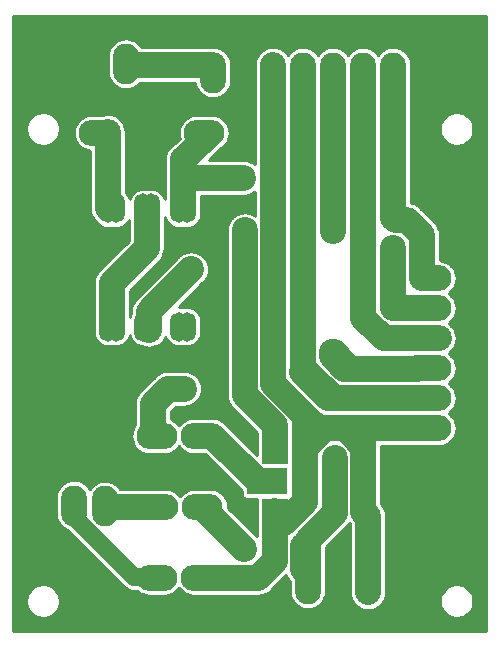
<source format=gbr>
%TF.GenerationSoftware,KiCad,Pcbnew,(5.1.6)-1*%
%TF.CreationDate,2024-09-11T13:17:38-05:00*%
%TF.ProjectId,miniBox,6d696e69-426f-4782-9e6b-696361645f70,rev?*%
%TF.SameCoordinates,PX3b20b80PY5b136e0*%
%TF.FileFunction,Copper,L2,Bot*%
%TF.FilePolarity,Positive*%
%FSLAX46Y46*%
G04 Gerber Fmt 4.6, Leading zero omitted, Abs format (unit mm)*
G04 Created by KiCad (PCBNEW (5.1.6)-1) date 2024-09-11 13:17:38*
%MOMM*%
%LPD*%
G01*
G04 APERTURE LIST*
%TA.AperFunction,ComponentPad*%
%ADD10O,1.500000X2.500000*%
%TD*%
%TA.AperFunction,ComponentPad*%
%ADD11O,3.470000X2.200000*%
%TD*%
%TA.AperFunction,ComponentPad*%
%ADD12O,2.200000X3.470000*%
%TD*%
%TA.AperFunction,ComponentPad*%
%ADD13R,3.470000X2.200000*%
%TD*%
%TA.AperFunction,ComponentPad*%
%ADD14R,2.200000X3.470000*%
%TD*%
%TA.AperFunction,ComponentPad*%
%ADD15C,2.200000*%
%TD*%
%TA.AperFunction,ViaPad*%
%ADD16C,2.200000*%
%TD*%
%TA.AperFunction,Conductor*%
%ADD17C,1.500000*%
%TD*%
%TA.AperFunction,Conductor*%
%ADD18C,2.200000*%
%TD*%
%TA.AperFunction,Conductor*%
%ADD19C,0.250000*%
%TD*%
G04 APERTURE END LIST*
D10*
%TO.P,SW1,3*%
%TO.N,Net-(SW1-Pad3)*%
X9160000Y26260000D03*
X8460000Y26260000D03*
%TO.P,SW1,1*%
%TO.N,Net-(SW1-Pad1)*%
X15160000Y26260000D03*
X14460000Y26260000D03*
%TO.P,SW1,2*%
%TO.N,C*%
X11460000Y26260000D03*
X12160000Y26260000D03*
%TD*%
%TO.P,SW2,3*%
%TO.N,Net-(R3-Pad2)*%
X9160000Y36260000D03*
X8460000Y36260000D03*
%TO.P,SW2,1*%
%TO.N,T*%
X15160000Y36260000D03*
X14460000Y36260000D03*
%TO.P,SW2,2*%
%TO.N,Net-(SW1-Pad3)*%
X11460000Y36260000D03*
X12160000Y36260000D03*
%TD*%
D11*
%TO.P,D1,1*%
%TO.N,Net-(D1-Pad1)*%
X12615000Y5000000D03*
%TO.P,D1,2*%
%TO.N,FAN_DIODE+*%
X16385000Y5000000D03*
%TD*%
%TO.P,D2,1*%
%TO.N,Net-(D2-Pad1)*%
X12715000Y11000000D03*
%TO.P,D2,2*%
%TO.N,FAN-*%
X16485000Y11000000D03*
%TD*%
%TO.P,D3,1*%
%TO.N,DIODE-*%
X12615000Y17000000D03*
%TO.P,D3,2*%
%TO.N,Net-(D3-Pad2)*%
X16385000Y17000000D03*
%TD*%
D12*
%TO.P,J1,1*%
%TO.N,FAN-*%
X25400000Y4500000D03*
%TO.P,J1,2*%
%TO.N,FAN_DIODE+*%
X30480000Y4500000D03*
%TD*%
D13*
%TO.P,Q1,2*%
%TO.N,Net-(D3-Pad2)*%
X21965000Y13160000D03*
D14*
%TO.P,Q1,3*%
%TO.N,FAN_DIODE+*%
X22600000Y9985000D03*
%TO.P,Q1,1*%
%TO.N,DIAG_DIODE*%
X22600000Y16335000D03*
%TD*%
D12*
%TO.P,R1,1*%
%TO.N,GND*%
X5610000Y19995000D03*
%TO.P,R1,2*%
%TO.N,Net-(D1-Pad1)*%
X5610000Y11105000D03*
%TD*%
%TO.P,R2,2*%
%TO.N,Net-(D2-Pad1)*%
X8220000Y11055000D03*
%TO.P,R2,1*%
%TO.N,GND*%
X8220000Y19945000D03*
%TD*%
D11*
%TO.P,R3,1*%
%TO.N,T*%
X16625000Y42670000D03*
%TO.P,R3,2*%
%TO.N,Net-(R3-Pad2)*%
X7735000Y42670000D03*
%TD*%
D12*
%TO.P,J4,1*%
%TO.N,+12V*%
X10000000Y48500000D03*
%TO.P,J4,2*%
%TO.N,GND*%
X4920000Y48500000D03*
%TD*%
D11*
%TO.P,J3,1*%
%TO.N,FAN_DIODE+*%
X35835000Y17640000D03*
%TO.P,J3,2*%
%TO.N,FAN-*%
X35835000Y20180000D03*
%TO.P,J3,3*%
%TO.N,DIODE-*%
X35835000Y22720000D03*
%TO.P,J3,4*%
%TO.N,C*%
X35835000Y25260000D03*
%TO.P,J3,5*%
%TO.N,P*%
X35835000Y27800000D03*
%TO.P,J3,6*%
%TO.N,T*%
X35835000Y30340000D03*
%TD*%
D15*
%TO.P,R4,1*%
%TO.N,P*%
X32600000Y32900000D03*
%TO.P,R4,2*%
%TO.N,C*%
X32600000Y25280000D03*
%TD*%
D12*
%TO.P,J2,1*%
%TO.N,GND*%
X35140000Y47765000D03*
%TO.P,J2,2*%
%TO.N,T*%
X32600000Y47765000D03*
%TO.P,J2,3*%
%TO.N,C*%
X30060000Y47765000D03*
%TO.P,J2,4*%
%TO.N,DIAG_DIODE*%
X27520000Y47765000D03*
%TO.P,J2,5*%
%TO.N,FAN-*%
X24980000Y47765000D03*
%TO.P,J2,6*%
%TO.N,FAN_DIODE+*%
X22440000Y47765000D03*
%TO.P,J2,7*%
%TO.N,GND*%
X19900000Y47765000D03*
%TO.P,J2,8*%
%TO.N,+12V*%
X17360000Y47765000D03*
%TD*%
D16*
%TO.N,FAN-*%
X27630000Y20170000D03*
X27700000Y15100000D03*
X20019990Y7390010D03*
X25400000Y7410000D03*
%TO.N,DIODE-*%
X27600000Y24100000D03*
X14900000Y21000000D03*
%TO.N,DIAG_DIODE*%
X27550000Y34344126D03*
X20069990Y34400000D03*
%TO.N,T*%
X19940000Y38840000D03*
X32630000Y38770000D03*
%TO.N,C*%
X15500000Y31100000D03*
X30090000Y31110000D03*
%TD*%
D17*
%TO.N,Net-(D1-Pad1)*%
X5610000Y10130849D02*
X10710849Y5030000D01*
X5610000Y11740000D02*
X5610000Y10130849D01*
X10710849Y5030000D02*
X12980000Y5030000D01*
D18*
%TO.N,FAN_DIODE+*%
X32830000Y17630000D02*
X36440000Y17630000D01*
X26270000Y17630000D02*
X26270000Y17570000D01*
X26270000Y17630000D02*
X26130000Y17630000D01*
X26130000Y17630000D02*
X25200000Y16700000D01*
X25200000Y11400000D02*
X23400000Y9600000D01*
X32830000Y17630000D02*
X29670000Y17630000D01*
X30500000Y5207952D02*
X30500000Y3800000D01*
X30480000Y4500000D02*
X30480000Y4180000D01*
X30480000Y4500000D02*
X30480000Y10210010D01*
X30100010Y17199990D02*
X29670000Y17630000D01*
X30480000Y10210010D02*
X30100010Y10590000D01*
X21171991Y4990009D02*
X16309991Y4990009D01*
X22600000Y10620000D02*
X22600000Y6418018D01*
X22600000Y6418018D02*
X21171991Y4990009D01*
X16309991Y4990009D02*
X16300000Y5000000D01*
X25200000Y15994126D02*
X26835874Y17630000D01*
X25200000Y15000000D02*
X25200000Y15994126D01*
X25200000Y15000000D02*
X25200000Y11400000D01*
X26835874Y17630000D02*
X27930000Y17630000D01*
X29670000Y17630000D02*
X27930000Y17630000D01*
X25200000Y16700000D02*
X25200000Y15000000D01*
X27930000Y17630000D02*
X26270000Y17630000D01*
X30100010Y16094116D02*
X30100010Y15299990D01*
X28564126Y17630000D02*
X30100010Y16094116D01*
X27930000Y17630000D02*
X28564126Y17630000D01*
X30100010Y10590000D02*
X30100010Y15299990D01*
X30100010Y15299990D02*
X30100010Y17199990D01*
X25200000Y18700000D02*
X24950000Y18950000D01*
X26270000Y17630000D02*
X24950000Y18950000D01*
X25200000Y16700000D02*
X25200000Y18700000D01*
X22470000Y21430000D02*
X24950000Y18950000D01*
X22470000Y45970000D02*
X22470000Y21430000D01*
X22440000Y48400000D02*
X22440000Y46000000D01*
X22440000Y46000000D02*
X22470000Y45970000D01*
%TO.N,Net-(D2-Pad1)*%
X13350000Y11000000D02*
X8660000Y11000000D01*
X8660000Y11000000D02*
X8610000Y10950000D01*
%TO.N,FAN-*%
X36440000Y20170000D02*
X27630000Y20170000D01*
X27630000Y20170000D02*
X27630000Y20170000D01*
X27700000Y15100000D02*
X27700000Y15100000D01*
X27700000Y15100000D02*
X27700000Y10505874D01*
X25400000Y6810000D02*
X25400000Y5000000D01*
X25400000Y8205874D02*
X25400000Y7410000D01*
X27700000Y10505874D02*
X25400000Y8205874D01*
X16150000Y11000000D02*
X16190000Y10960000D01*
X15850000Y11000000D02*
X16150000Y11000000D01*
X16450000Y10960000D02*
X20019990Y7390010D01*
X16190000Y10960000D02*
X16450000Y10960000D01*
X20019990Y7390010D02*
X20019990Y7390010D01*
X25400000Y7410000D02*
X25400000Y6810000D01*
X25010000Y22790000D02*
X25010000Y28590000D01*
X27630000Y20170000D02*
X25010000Y22790000D01*
X27630000Y20170000D02*
X27124126Y20170000D01*
X27124126Y20170000D02*
X24870010Y22424116D01*
X25400000Y5300000D02*
X25000010Y5699990D01*
X25400000Y4500000D02*
X25400000Y5300000D01*
X25000010Y5699990D02*
X25000010Y7700000D01*
X25010000Y28590000D02*
X25010000Y47390000D01*
%TO.N,DIODE-*%
X27600000Y24100000D02*
X27600000Y24100000D01*
X13580000Y21000000D02*
X12310000Y19730000D01*
X12310000Y19730000D02*
X12310000Y17450000D01*
X29000000Y22700000D02*
X28494126Y22700000D01*
X28494126Y22700000D02*
X27410010Y23784116D01*
X27600000Y24100000D02*
X27410010Y24100000D01*
X34680000Y22700000D02*
X34690000Y22710000D01*
X29000000Y22700000D02*
X34680000Y22700000D01*
X34690000Y22710000D02*
X36440000Y22710000D01*
X27600000Y24100000D02*
X29000000Y22700000D01*
X14900000Y21000000D02*
X13580000Y21000000D01*
%TO.N,Net-(D3-Pad2)*%
X16000000Y17000000D02*
X17320000Y17000000D01*
X17320000Y17000000D02*
X20980000Y13340000D01*
%TO.N,DIAG_DIODE*%
X27550000Y34344126D02*
X27550000Y35360000D01*
X22600000Y15700000D02*
X22600000Y17700000D01*
X22600000Y15700000D02*
X22600000Y17905874D01*
X22600000Y17905874D02*
X20069991Y20435883D01*
X20069991Y20435883D02*
X20069990Y20435884D01*
X20069990Y20435884D02*
X20069990Y28645864D01*
X27550000Y34344126D02*
X27550000Y34344126D01*
X20069990Y28645864D02*
X20069990Y29235884D01*
X20069990Y29235884D02*
X20069990Y34400000D01*
X27550000Y34344126D02*
X27550000Y47150000D01*
X20069990Y34400000D02*
X20069990Y34400000D01*
%TO.N,P*%
X33410000Y27790000D02*
X33400000Y27800000D01*
X36440000Y27790000D02*
X33410000Y27790000D01*
X32630000Y27870000D02*
X32630000Y32870000D01*
X33400000Y27800000D02*
X32700000Y27800000D01*
X32700000Y27800000D02*
X32630000Y27870000D01*
%TO.N,T*%
X15090000Y38840000D02*
X14830000Y38580000D01*
X19940000Y38840000D02*
X15090000Y38840000D01*
X14830000Y40410000D02*
X14830000Y38580000D01*
X14830000Y38580000D02*
X14830000Y36290000D01*
X14830000Y40410000D02*
X14940000Y40410000D01*
X14940000Y40410000D02*
X17110000Y42580000D01*
X32630000Y38770000D02*
X32630000Y35470000D01*
X35050001Y34022001D02*
X35050001Y31850001D01*
X33801992Y35270010D02*
X35050001Y34022001D01*
X32630000Y35470000D02*
X32829990Y35270010D01*
X35050001Y31850001D02*
X35030010Y31830010D01*
X32829990Y35270010D02*
X33801992Y35270010D01*
X35030010Y31830010D02*
X35030010Y30400000D01*
X32630000Y38770000D02*
X32630000Y46770000D01*
%TO.N,C*%
X30090000Y27015874D02*
X30090000Y31110000D01*
X31845874Y25260000D02*
X30090000Y27015874D01*
X30090000Y35390000D02*
X30090000Y36810000D01*
X36470000Y25260000D02*
X31845874Y25260000D01*
X30090000Y36810000D02*
X30090000Y46890000D01*
X12160000Y27760000D02*
X15500000Y31100000D01*
X15500000Y31100000D02*
X15500000Y31100000D01*
X30090000Y31110000D02*
X30090000Y36810000D01*
X11940000Y25990000D02*
X11940000Y27490000D01*
%TO.N,Net-(R3-Pad2)*%
X8460000Y36260000D02*
X8460000Y42720000D01*
%TO.N,Net-(SW1-Pad3)*%
X8800000Y26260000D02*
X8800000Y29960000D01*
X11750000Y32920000D02*
X11750000Y35920000D01*
X8860000Y29960000D02*
X11600000Y32700000D01*
%TO.N,+12V*%
X17360000Y48400000D02*
X10000000Y48400000D01*
%TD*%
D19*
%TO.N,GND*%
G36*
X40525001Y475000D02*
G01*
X475000Y475000D01*
X475000Y3140350D01*
X1575000Y3140350D01*
X1575000Y2859650D01*
X1629762Y2584343D01*
X1737181Y2325009D01*
X1893130Y2091615D01*
X2091615Y1893130D01*
X2325009Y1737181D01*
X2584343Y1629762D01*
X2859650Y1575000D01*
X3140350Y1575000D01*
X3415657Y1629762D01*
X3674991Y1737181D01*
X3908385Y1893130D01*
X4106870Y2091615D01*
X4262819Y2325009D01*
X4370238Y2584343D01*
X4425000Y2859650D01*
X4425000Y3140350D01*
X4370238Y3415657D01*
X4262819Y3674991D01*
X4106870Y3908385D01*
X3908385Y4106870D01*
X3674991Y4262819D01*
X3415657Y4370238D01*
X3140350Y4425000D01*
X2859650Y4425000D01*
X2584343Y4370238D01*
X2325009Y4262819D01*
X2091615Y4106870D01*
X1893130Y3908385D01*
X1737181Y3674991D01*
X1629762Y3415657D01*
X1575000Y3140350D01*
X475000Y3140350D01*
X475000Y11814911D01*
X4085000Y11814911D01*
X4085000Y10395090D01*
X4107066Y10171049D01*
X4194267Y9883585D01*
X4335874Y9618657D01*
X4526445Y9386445D01*
X4758656Y9195874D01*
X5023584Y9054267D01*
X5025447Y9053702D01*
X9839187Y4239961D01*
X9875979Y4195130D01*
X9920810Y4158338D01*
X9920812Y4158336D01*
X9985694Y4105089D01*
X10054896Y4048296D01*
X10096843Y4025875D01*
X10259020Y3939189D01*
X10480508Y3872002D01*
X10500054Y3870077D01*
X10653129Y3855000D01*
X10653137Y3855000D01*
X10710849Y3849316D01*
X10768561Y3855000D01*
X10971316Y3855000D01*
X11128656Y3725874D01*
X11393584Y3584267D01*
X11681048Y3497066D01*
X11905089Y3475000D01*
X13324911Y3475000D01*
X13548952Y3497066D01*
X13836416Y3584267D01*
X14101344Y3725874D01*
X14333555Y3916445D01*
X14500000Y4119258D01*
X14666445Y3916445D01*
X14898656Y3725874D01*
X15163584Y3584267D01*
X15451048Y3497066D01*
X15675089Y3475000D01*
X16133639Y3475000D01*
X16235080Y3465009D01*
X16235090Y3465009D01*
X16309990Y3457632D01*
X16384890Y3465009D01*
X21097080Y3465009D01*
X21171991Y3457631D01*
X21470943Y3487075D01*
X21517006Y3501048D01*
X21758407Y3574276D01*
X22023335Y3715883D01*
X22255546Y3906454D01*
X22303307Y3964651D01*
X23553545Y5214887D01*
X23584277Y5113575D01*
X23725884Y4848647D01*
X23875000Y4666948D01*
X23875000Y3790089D01*
X23897066Y3566048D01*
X23984267Y3278584D01*
X24125875Y3013656D01*
X24316446Y2781445D01*
X24548657Y2590874D01*
X24813585Y2449267D01*
X25101049Y2362066D01*
X25400000Y2332622D01*
X25698952Y2362066D01*
X25986416Y2449267D01*
X26251344Y2590874D01*
X26483555Y2781445D01*
X26674126Y3013656D01*
X26815733Y3278584D01*
X26902934Y3566048D01*
X26925000Y3790089D01*
X26925000Y5225098D01*
X26932377Y5300001D01*
X26925000Y5374904D01*
X26925000Y7574200D01*
X28725363Y9374562D01*
X28783555Y9422319D01*
X28934525Y9606277D01*
X28955001Y9581327D01*
X28955000Y5209911D01*
X28955000Y3790089D01*
X28977066Y3566048D01*
X29064267Y3278584D01*
X29064922Y3277358D01*
X29084268Y3213584D01*
X29225875Y2948656D01*
X29416446Y2716445D01*
X29648657Y2525874D01*
X29913585Y2384267D01*
X30201049Y2297066D01*
X30500000Y2267622D01*
X30798952Y2297066D01*
X31086416Y2384267D01*
X31351344Y2525874D01*
X31583555Y2716445D01*
X31774126Y2948656D01*
X31876588Y3140350D01*
X36575000Y3140350D01*
X36575000Y2859650D01*
X36629762Y2584343D01*
X36737181Y2325009D01*
X36893130Y2091615D01*
X37091615Y1893130D01*
X37325009Y1737181D01*
X37584343Y1629762D01*
X37859650Y1575000D01*
X38140350Y1575000D01*
X38415657Y1629762D01*
X38674991Y1737181D01*
X38908385Y1893130D01*
X39106870Y2091615D01*
X39262819Y2325009D01*
X39370238Y2584343D01*
X39425000Y2859650D01*
X39425000Y3140350D01*
X39370238Y3415657D01*
X39262819Y3674991D01*
X39106870Y3908385D01*
X38908385Y4106870D01*
X38674991Y4262819D01*
X38415657Y4370238D01*
X38140350Y4425000D01*
X37859650Y4425000D01*
X37584343Y4370238D01*
X37325009Y4262819D01*
X37091615Y4106870D01*
X36893130Y3908385D01*
X36737181Y3674991D01*
X36629762Y3415657D01*
X36575000Y3140350D01*
X31876588Y3140350D01*
X31915733Y3213584D01*
X32002934Y3501048D01*
X32025000Y3725089D01*
X32025000Y5282863D01*
X32005000Y5485927D01*
X32005000Y10135100D01*
X32012378Y10210011D01*
X31982934Y10508963D01*
X31926527Y10694911D01*
X31895733Y10796426D01*
X31754126Y11061354D01*
X31625010Y11218682D01*
X31625010Y16019205D01*
X31632388Y16094116D01*
X31631316Y16105000D01*
X36514911Y16105000D01*
X36738952Y16127066D01*
X37026416Y16214267D01*
X37030308Y16216347D01*
X37056416Y16224267D01*
X37321344Y16365874D01*
X37553555Y16556445D01*
X37744126Y16788656D01*
X37885733Y17053584D01*
X37972934Y17341048D01*
X38002378Y17640000D01*
X37972934Y17938952D01*
X37885733Y18226416D01*
X37744126Y18491344D01*
X37553555Y18723555D01*
X37326372Y18910000D01*
X37553555Y19096445D01*
X37744126Y19328656D01*
X37885733Y19593584D01*
X37972934Y19881048D01*
X38002378Y20180000D01*
X37972934Y20478952D01*
X37885733Y20766416D01*
X37744126Y21031344D01*
X37553555Y21263555D01*
X37326372Y21450000D01*
X37553555Y21636445D01*
X37744126Y21868656D01*
X37885733Y22133584D01*
X37972934Y22421048D01*
X38002378Y22720000D01*
X37972934Y23018952D01*
X37885733Y23306416D01*
X37744126Y23571344D01*
X37553555Y23803555D01*
X37326372Y23990000D01*
X37553555Y24176445D01*
X37744126Y24408656D01*
X37885733Y24673584D01*
X37972934Y24961048D01*
X38002378Y25260000D01*
X37972934Y25558952D01*
X37885733Y25846416D01*
X37744126Y26111344D01*
X37553555Y26343555D01*
X37326372Y26530000D01*
X37553555Y26716445D01*
X37744126Y26948656D01*
X37885733Y27213584D01*
X37972934Y27501048D01*
X38002378Y27800000D01*
X37972934Y28098952D01*
X37885733Y28386416D01*
X37744126Y28651344D01*
X37553555Y28883555D01*
X37326372Y29070000D01*
X37553555Y29256445D01*
X37744126Y29488656D01*
X37885733Y29753584D01*
X37972934Y30041048D01*
X38002378Y30340000D01*
X37972934Y30638952D01*
X37885733Y30926416D01*
X37744126Y31191344D01*
X37553555Y31423555D01*
X37321344Y31614126D01*
X37056416Y31755733D01*
X36768952Y31842934D01*
X36581254Y31861421D01*
X36575001Y31924912D01*
X36575001Y33947099D01*
X36582378Y34022002D01*
X36575001Y34096905D01*
X36575001Y34096912D01*
X36552935Y34320953D01*
X36465734Y34608417D01*
X36324127Y34873345D01*
X36133556Y35105556D01*
X36075365Y35153312D01*
X34933308Y36295368D01*
X34885547Y36353565D01*
X34653336Y36544136D01*
X34388408Y36685743D01*
X34155000Y36756546D01*
X34155000Y43140350D01*
X36575000Y43140350D01*
X36575000Y42859650D01*
X36629762Y42584343D01*
X36737181Y42325009D01*
X36893130Y42091615D01*
X37091615Y41893130D01*
X37325009Y41737181D01*
X37584343Y41629762D01*
X37859650Y41575000D01*
X38140350Y41575000D01*
X38415657Y41629762D01*
X38674991Y41737181D01*
X38908385Y41893130D01*
X39106870Y42091615D01*
X39262819Y42325009D01*
X39370238Y42584343D01*
X39425000Y42859650D01*
X39425000Y43140350D01*
X39370238Y43415657D01*
X39262819Y43674991D01*
X39106870Y43908385D01*
X38908385Y44106870D01*
X38674991Y44262819D01*
X38415657Y44370238D01*
X38140350Y44425000D01*
X37859650Y44425000D01*
X37584343Y44370238D01*
X37325009Y44262819D01*
X37091615Y44106870D01*
X36893130Y43908385D01*
X36737181Y43674991D01*
X36629762Y43415657D01*
X36575000Y43140350D01*
X34155000Y43140350D01*
X34155000Y46844911D01*
X34132934Y47068952D01*
X34125000Y47095107D01*
X34125000Y48474911D01*
X34102934Y48698952D01*
X34015733Y48986416D01*
X33874126Y49251344D01*
X33683555Y49483555D01*
X33451344Y49674126D01*
X33186416Y49815733D01*
X32898952Y49902934D01*
X32600000Y49932378D01*
X32301049Y49902934D01*
X32013585Y49815733D01*
X31748657Y49674126D01*
X31516446Y49483555D01*
X31330001Y49256371D01*
X31143555Y49483555D01*
X30911344Y49674126D01*
X30646416Y49815733D01*
X30358952Y49902934D01*
X30060000Y49932378D01*
X29761049Y49902934D01*
X29473585Y49815733D01*
X29208657Y49674126D01*
X28976446Y49483555D01*
X28790001Y49256371D01*
X28603555Y49483555D01*
X28371344Y49674126D01*
X28106416Y49815733D01*
X27818952Y49902934D01*
X27520000Y49932378D01*
X27221049Y49902934D01*
X26933585Y49815733D01*
X26668657Y49674126D01*
X26436446Y49483555D01*
X26250001Y49256371D01*
X26063555Y49483555D01*
X25831344Y49674126D01*
X25566416Y49815733D01*
X25278952Y49902934D01*
X24980000Y49932378D01*
X24681049Y49902934D01*
X24393585Y49815733D01*
X24128657Y49674126D01*
X23896446Y49483555D01*
X23710001Y49256371D01*
X23523555Y49483555D01*
X23291344Y49674126D01*
X23026416Y49815733D01*
X22738952Y49902934D01*
X22440000Y49932378D01*
X22141048Y49902934D01*
X21853584Y49815733D01*
X21588656Y49674126D01*
X21356445Y49483555D01*
X21165875Y49251344D01*
X21024267Y48986416D01*
X20937066Y48698952D01*
X20915000Y48474911D01*
X20915000Y47055090D01*
X20915001Y47055084D01*
X20915001Y46074920D01*
X20907622Y46000000D01*
X20937066Y45701048D01*
X20945000Y45674893D01*
X20945000Y39991676D01*
X20912131Y40024545D01*
X20849532Y40066373D01*
X20791344Y40114126D01*
X20724958Y40149610D01*
X20662358Y40191438D01*
X20592802Y40220249D01*
X20526416Y40255733D01*
X20454381Y40277585D01*
X20384826Y40306395D01*
X20310987Y40321083D01*
X20238952Y40342934D01*
X20164040Y40350312D01*
X20090199Y40365000D01*
X17051675Y40365000D01*
X18049486Y41362810D01*
X18111344Y41395874D01*
X18343555Y41586445D01*
X18534126Y41818656D01*
X18675733Y42083584D01*
X18762934Y42371048D01*
X18792378Y42670000D01*
X18762934Y42968952D01*
X18675733Y43256416D01*
X18534126Y43521344D01*
X18343555Y43753555D01*
X18111344Y43944126D01*
X17846416Y44085733D01*
X17558952Y44172934D01*
X17334911Y44195000D01*
X15915089Y44195000D01*
X15691048Y44172934D01*
X15403584Y44085733D01*
X15138656Y43944126D01*
X14906445Y43753555D01*
X14715874Y43521344D01*
X14574267Y43256416D01*
X14487066Y42968952D01*
X14457622Y42670000D01*
X14487066Y42371048D01*
X14546953Y42173627D01*
X14147931Y41774606D01*
X13978656Y41684126D01*
X13746445Y41493555D01*
X13555874Y41261344D01*
X13414267Y40996416D01*
X13327066Y40708952D01*
X13297622Y40410000D01*
X13305000Y40335089D01*
X13305001Y38654920D01*
X13297622Y38580000D01*
X13305000Y38505089D01*
X13305001Y37033187D01*
X13250811Y37211829D01*
X13141704Y37415953D01*
X12994870Y37594870D01*
X12815953Y37741704D01*
X12611829Y37850811D01*
X12390340Y37917998D01*
X12160000Y37940685D01*
X11929661Y37917998D01*
X11810001Y37881700D01*
X11690340Y37917998D01*
X11460000Y37940685D01*
X11229661Y37917998D01*
X11008172Y37850811D01*
X10804048Y37741704D01*
X10625131Y37594870D01*
X10478297Y37415953D01*
X10369189Y37211829D01*
X10310000Y37016706D01*
X10250811Y37211829D01*
X10141704Y37415953D01*
X9994870Y37594870D01*
X9985000Y37602970D01*
X9985000Y42794911D01*
X9962934Y43018952D01*
X9875733Y43306416D01*
X9734126Y43571344D01*
X9543555Y43803555D01*
X9311344Y43994126D01*
X9046416Y44135733D01*
X8758952Y44222934D01*
X8460000Y44252378D01*
X8161049Y44222934D01*
X8068963Y44195000D01*
X7025089Y44195000D01*
X6801048Y44172934D01*
X6513584Y44085733D01*
X6248656Y43944126D01*
X6016445Y43753555D01*
X5825874Y43521344D01*
X5684267Y43256416D01*
X5597066Y42968952D01*
X5567622Y42670000D01*
X5597066Y42371048D01*
X5684267Y42083584D01*
X5825874Y41818656D01*
X6016445Y41586445D01*
X6248656Y41395874D01*
X6513584Y41254267D01*
X6801048Y41167066D01*
X6935001Y41153873D01*
X6935000Y36185090D01*
X6957066Y35961049D01*
X7044267Y35673585D01*
X7185874Y35408657D01*
X7376445Y35176445D01*
X7506424Y35069774D01*
X7625130Y34925130D01*
X7804047Y34778296D01*
X8008171Y34669189D01*
X8229660Y34602002D01*
X8460000Y34579315D01*
X8690339Y34602002D01*
X8810000Y34638300D01*
X8929660Y34602002D01*
X9160000Y34579315D01*
X9390339Y34602002D01*
X9611828Y34669189D01*
X9815952Y34778296D01*
X9994870Y34925130D01*
X10141704Y35104047D01*
X10225001Y35259884D01*
X10225000Y33481675D01*
X8010517Y31267191D01*
X7948657Y31234126D01*
X7716446Y31043555D01*
X7525875Y30811344D01*
X7384268Y30546416D01*
X7297067Y30258952D01*
X7275001Y30034911D01*
X7275000Y26185090D01*
X7285000Y26083558D01*
X7285000Y25702281D01*
X7302002Y25529661D01*
X7369189Y25308172D01*
X7478296Y25104048D01*
X7625130Y24925130D01*
X7804047Y24778296D01*
X8008171Y24669189D01*
X8229660Y24602002D01*
X8460000Y24579315D01*
X8690339Y24602002D01*
X8810000Y24638300D01*
X8929660Y24602002D01*
X9160000Y24579315D01*
X9390339Y24602002D01*
X9611828Y24669189D01*
X9815952Y24778296D01*
X9994870Y24925130D01*
X10141704Y25104047D01*
X10250811Y25308171D01*
X10310000Y25503294D01*
X10369189Y25308172D01*
X10478296Y25104048D01*
X10625130Y24925130D01*
X10804047Y24778296D01*
X11008171Y24669189D01*
X11229660Y24602002D01*
X11317968Y24593304D01*
X11353584Y24574267D01*
X11641048Y24487066D01*
X11940000Y24457622D01*
X12238951Y24487066D01*
X12526415Y24574267D01*
X12791343Y24715874D01*
X13023555Y24906445D01*
X13214126Y25138656D01*
X13345853Y25385100D01*
X13369189Y25308172D01*
X13478296Y25104048D01*
X13625130Y24925130D01*
X13804047Y24778296D01*
X14008171Y24669189D01*
X14229660Y24602002D01*
X14460000Y24579315D01*
X14690339Y24602002D01*
X14810000Y24638300D01*
X14929660Y24602002D01*
X15160000Y24579315D01*
X15390339Y24602002D01*
X15611828Y24669189D01*
X15815952Y24778296D01*
X15994870Y24925130D01*
X16141704Y25104047D01*
X16250811Y25308171D01*
X16317998Y25529660D01*
X16335000Y25702280D01*
X16335000Y26817720D01*
X16317998Y26990340D01*
X16250811Y27211829D01*
X16141704Y27415953D01*
X15994870Y27594870D01*
X15815953Y27741704D01*
X15611829Y27850811D01*
X15390340Y27917998D01*
X15160000Y27940685D01*
X14929661Y27917998D01*
X14810000Y27881700D01*
X14690340Y27917998D01*
X14494010Y27937335D01*
X16472128Y29915453D01*
X16472131Y29915455D01*
X16525368Y29968692D01*
X16583555Y30016445D01*
X16631308Y30074632D01*
X16684545Y30127869D01*
X16726373Y30190468D01*
X16774126Y30248656D01*
X16809610Y30315042D01*
X16851438Y30377642D01*
X16880249Y30447198D01*
X16915733Y30513584D01*
X16937585Y30585619D01*
X16966395Y30655174D01*
X16981083Y30729013D01*
X17002934Y30801048D01*
X17010312Y30875960D01*
X17025000Y30949801D01*
X17025000Y31025089D01*
X17032378Y31100000D01*
X17025000Y31174911D01*
X17025000Y31250199D01*
X17010312Y31324040D01*
X17002934Y31398952D01*
X16981083Y31470987D01*
X16966395Y31544826D01*
X16937585Y31614381D01*
X16915733Y31686416D01*
X16880249Y31752802D01*
X16851438Y31822358D01*
X16809610Y31884958D01*
X16774126Y31951344D01*
X16726373Y32009532D01*
X16684545Y32072131D01*
X16631308Y32125368D01*
X16583555Y32183555D01*
X16525368Y32231308D01*
X16472131Y32284545D01*
X16409532Y32326373D01*
X16351344Y32374126D01*
X16284958Y32409610D01*
X16222358Y32451438D01*
X16152802Y32480249D01*
X16086416Y32515733D01*
X16014381Y32537585D01*
X15944826Y32566395D01*
X15870987Y32581083D01*
X15798952Y32602934D01*
X15724040Y32610312D01*
X15650199Y32625000D01*
X15574902Y32625000D01*
X15499999Y32632377D01*
X15425096Y32625000D01*
X15349801Y32625000D01*
X15275960Y32610312D01*
X15234909Y32606269D01*
X15201047Y32602934D01*
X15134142Y32582638D01*
X15129013Y32581083D01*
X15055174Y32566395D01*
X14985619Y32537585D01*
X14913584Y32515733D01*
X14847198Y32480249D01*
X14777642Y32451438D01*
X14715042Y32409610D01*
X14648656Y32374126D01*
X14590468Y32326373D01*
X14527869Y32284545D01*
X14474632Y32231308D01*
X14416445Y32183555D01*
X14368692Y32125368D01*
X14315455Y32072131D01*
X14315453Y32072128D01*
X11028693Y28785367D01*
X10885875Y28611343D01*
X10872890Y28587051D01*
X10856446Y28573555D01*
X10665875Y28341344D01*
X10524268Y28076416D01*
X10437066Y27788952D01*
X10415000Y27564911D01*
X10415000Y27297534D01*
X10369189Y27211829D01*
X10325000Y27066155D01*
X10325000Y29268326D01*
X12731307Y31674632D01*
X12874125Y31848656D01*
X12931185Y31955408D01*
X13024126Y32068656D01*
X13165733Y32333584D01*
X13252934Y32621048D01*
X13275000Y32845089D01*
X13275000Y35387913D01*
X13310000Y35503294D01*
X13369189Y35308172D01*
X13478296Y35104048D01*
X13625130Y34925130D01*
X13804047Y34778296D01*
X14008171Y34669189D01*
X14229660Y34602002D01*
X14460000Y34579315D01*
X14690339Y34602002D01*
X14810000Y34638300D01*
X14929660Y34602002D01*
X15160000Y34579315D01*
X15390339Y34602002D01*
X15611828Y34669189D01*
X15815952Y34778296D01*
X15994870Y34925130D01*
X16141704Y35104047D01*
X16250811Y35308171D01*
X16317998Y35529660D01*
X16335000Y35702280D01*
X16335000Y36012025D01*
X16355000Y36215089D01*
X16355000Y37315000D01*
X20090199Y37315000D01*
X20164040Y37329688D01*
X20238952Y37337066D01*
X20310987Y37358917D01*
X20384826Y37373605D01*
X20454381Y37402415D01*
X20526416Y37424267D01*
X20592802Y37459751D01*
X20662358Y37488562D01*
X20724958Y37530390D01*
X20791344Y37565874D01*
X20849532Y37613627D01*
X20912131Y37655455D01*
X20945000Y37688324D01*
X20945000Y35654703D01*
X20921334Y35674126D01*
X20854948Y35709610D01*
X20792348Y35751438D01*
X20722792Y35780249D01*
X20656406Y35815733D01*
X20584371Y35837585D01*
X20514816Y35866395D01*
X20440977Y35881083D01*
X20368942Y35902934D01*
X20294030Y35910312D01*
X20220189Y35925000D01*
X20144901Y35925000D01*
X20069990Y35932378D01*
X19995080Y35925000D01*
X19919791Y35925000D01*
X19845950Y35910312D01*
X19771038Y35902934D01*
X19699003Y35881083D01*
X19625164Y35866395D01*
X19555609Y35837585D01*
X19483574Y35815733D01*
X19417188Y35780249D01*
X19347632Y35751438D01*
X19285032Y35709610D01*
X19218646Y35674126D01*
X19160458Y35626373D01*
X19097859Y35584545D01*
X19044622Y35531308D01*
X18986435Y35483555D01*
X18938682Y35425368D01*
X18885445Y35372131D01*
X18843617Y35309532D01*
X18795864Y35251344D01*
X18760380Y35184958D01*
X18718552Y35122358D01*
X18689741Y35052802D01*
X18654257Y34986416D01*
X18632405Y34914381D01*
X18603595Y34844826D01*
X18588907Y34770987D01*
X18567056Y34698952D01*
X18559678Y34624040D01*
X18544990Y34550199D01*
X18544990Y34474911D01*
X18537612Y34400000D01*
X18544990Y34325089D01*
X18544990Y34249801D01*
X18544991Y34249796D01*
X18544990Y29310795D01*
X18544990Y28570954D01*
X18544991Y28570944D01*
X18544990Y20510795D01*
X18537612Y20435884D01*
X18567056Y20136932D01*
X18604266Y20014267D01*
X18654257Y19849469D01*
X18795864Y19584541D01*
X18986435Y19352329D01*
X19044633Y19304567D01*
X21072944Y17276255D01*
X21072944Y15403731D01*
X18451316Y18025358D01*
X18403555Y18083555D01*
X18171344Y18274126D01*
X17906416Y18415733D01*
X17618952Y18502934D01*
X17394911Y18525000D01*
X17320000Y18532378D01*
X17245089Y18525000D01*
X15675089Y18525000D01*
X15451048Y18502934D01*
X15163584Y18415733D01*
X14898656Y18274126D01*
X14666445Y18083555D01*
X14500000Y17880742D01*
X14333555Y18083555D01*
X14101344Y18274126D01*
X13836416Y18415733D01*
X13835000Y18416163D01*
X13835000Y19098326D01*
X14211675Y19475000D01*
X15050199Y19475000D01*
X15124040Y19489688D01*
X15198952Y19497066D01*
X15270987Y19518917D01*
X15344826Y19533605D01*
X15414381Y19562415D01*
X15486416Y19584267D01*
X15552802Y19619751D01*
X15622358Y19648562D01*
X15684958Y19690390D01*
X15751344Y19725874D01*
X15809532Y19773627D01*
X15872131Y19815455D01*
X15925368Y19868692D01*
X15983555Y19916445D01*
X16031308Y19974632D01*
X16084545Y20027869D01*
X16126373Y20090468D01*
X16174126Y20148656D01*
X16209610Y20215042D01*
X16251438Y20277642D01*
X16280249Y20347198D01*
X16315733Y20413584D01*
X16337585Y20485619D01*
X16366395Y20555174D01*
X16381083Y20629013D01*
X16402934Y20701048D01*
X16410312Y20775960D01*
X16425000Y20849801D01*
X16425000Y20925089D01*
X16432378Y21000000D01*
X16425000Y21074911D01*
X16425000Y21150199D01*
X16410312Y21224040D01*
X16402934Y21298952D01*
X16381083Y21370987D01*
X16366395Y21444826D01*
X16337585Y21514381D01*
X16315733Y21586416D01*
X16280249Y21652802D01*
X16251438Y21722358D01*
X16209610Y21784958D01*
X16174126Y21851344D01*
X16126373Y21909532D01*
X16084545Y21972131D01*
X16031308Y22025368D01*
X15983555Y22083555D01*
X15925368Y22131308D01*
X15872131Y22184545D01*
X15809532Y22226373D01*
X15751344Y22274126D01*
X15684958Y22309610D01*
X15622358Y22351438D01*
X15552802Y22380249D01*
X15486416Y22415733D01*
X15414381Y22437585D01*
X15344826Y22466395D01*
X15270987Y22481083D01*
X15198952Y22502934D01*
X15124040Y22510312D01*
X15050199Y22525000D01*
X13654910Y22525000D01*
X13579999Y22532378D01*
X13281047Y22502934D01*
X13241868Y22491049D01*
X12993584Y22415733D01*
X12728656Y22274126D01*
X12496445Y22083555D01*
X12448687Y22025362D01*
X11284642Y20861316D01*
X11226445Y20813555D01*
X11035874Y20581343D01*
X10975800Y20468952D01*
X10894267Y20316415D01*
X10807066Y20028952D01*
X10777622Y19730000D01*
X10785000Y19655089D01*
X10785001Y17947760D01*
X10705874Y17851344D01*
X10564267Y17586416D01*
X10477066Y17298952D01*
X10447622Y17000000D01*
X10477066Y16701048D01*
X10564267Y16413584D01*
X10705874Y16148656D01*
X10896445Y15916445D01*
X11128656Y15725874D01*
X11393584Y15584267D01*
X11681048Y15497066D01*
X11905089Y15475000D01*
X13324911Y15475000D01*
X13548952Y15497066D01*
X13836416Y15584267D01*
X14101344Y15725874D01*
X14333555Y15916445D01*
X14500000Y16119258D01*
X14666445Y15916445D01*
X14898656Y15725874D01*
X15163584Y15584267D01*
X15451048Y15497066D01*
X15675089Y15475000D01*
X16688326Y15475000D01*
X19802944Y12360380D01*
X19802944Y12060000D01*
X19811150Y11976686D01*
X19835452Y11896573D01*
X19874916Y11822740D01*
X19928026Y11758026D01*
X19992740Y11704916D01*
X20066573Y11665452D01*
X20146686Y11641150D01*
X20230000Y11632944D01*
X21072944Y11632944D01*
X21072944Y8498679D01*
X21045358Y8521318D01*
X20992121Y8574555D01*
X20992118Y8574557D01*
X18644694Y10921981D01*
X18652378Y11000000D01*
X18622934Y11298952D01*
X18535733Y11586416D01*
X18394126Y11851344D01*
X18203555Y12083555D01*
X17971344Y12274126D01*
X17706416Y12415733D01*
X17418952Y12502934D01*
X17194911Y12525000D01*
X16224911Y12525000D01*
X16150000Y12532378D01*
X16075089Y12525000D01*
X15775089Y12525000D01*
X15551048Y12502934D01*
X15263584Y12415733D01*
X14998656Y12274126D01*
X14766445Y12083555D01*
X14600000Y11880742D01*
X14433555Y12083555D01*
X14201344Y12274126D01*
X13936416Y12415733D01*
X13648952Y12502934D01*
X13424911Y12525000D01*
X9502862Y12525000D01*
X9494126Y12541344D01*
X9303555Y12773555D01*
X9071344Y12964126D01*
X8806416Y13105733D01*
X8518952Y13192934D01*
X8220000Y13222378D01*
X7921049Y13192934D01*
X7633585Y13105733D01*
X7368657Y12964126D01*
X7136446Y12773555D01*
X6945875Y12541344D01*
X6928363Y12508582D01*
X6884126Y12591344D01*
X6693555Y12823555D01*
X6461344Y13014126D01*
X6196416Y13155733D01*
X5908952Y13242934D01*
X5610000Y13272378D01*
X5311049Y13242934D01*
X5023585Y13155733D01*
X4758657Y13014126D01*
X4526446Y12823555D01*
X4335875Y12591344D01*
X4194267Y12326416D01*
X4107066Y12038952D01*
X4085000Y11814911D01*
X475000Y11814911D01*
X475000Y43140350D01*
X1575000Y43140350D01*
X1575000Y42859650D01*
X1629762Y42584343D01*
X1737181Y42325009D01*
X1893130Y42091615D01*
X2091615Y41893130D01*
X2325009Y41737181D01*
X2584343Y41629762D01*
X2859650Y41575000D01*
X3140350Y41575000D01*
X3415657Y41629762D01*
X3674991Y41737181D01*
X3908385Y41893130D01*
X4106870Y42091615D01*
X4262819Y42325009D01*
X4370238Y42584343D01*
X4425000Y42859650D01*
X4425000Y43140350D01*
X4370238Y43415657D01*
X4262819Y43674991D01*
X4106870Y43908385D01*
X3908385Y44106870D01*
X3674991Y44262819D01*
X3415657Y44370238D01*
X3140350Y44425000D01*
X2859650Y44425000D01*
X2584343Y44370238D01*
X2325009Y44262819D01*
X2091615Y44106870D01*
X1893130Y43908385D01*
X1737181Y43674991D01*
X1629762Y43415657D01*
X1575000Y43140350D01*
X475000Y43140350D01*
X475000Y48400000D01*
X8467622Y48400000D01*
X8475000Y48325089D01*
X8475000Y47790090D01*
X8497066Y47566049D01*
X8584267Y47278585D01*
X8725874Y47013657D01*
X8916445Y46781445D01*
X9148656Y46590874D01*
X9413584Y46449267D01*
X9701048Y46362066D01*
X10000000Y46332622D01*
X10298951Y46362066D01*
X10586415Y46449267D01*
X10851343Y46590874D01*
X11083555Y46781445D01*
X11160334Y46875000D01*
X15852737Y46875000D01*
X15857066Y46831049D01*
X15944267Y46543585D01*
X16085874Y46278657D01*
X16276445Y46046445D01*
X16508656Y45855874D01*
X16773584Y45714267D01*
X17061048Y45627066D01*
X17360000Y45597622D01*
X17658951Y45627066D01*
X17946415Y45714267D01*
X18211343Y45855874D01*
X18443555Y46046445D01*
X18634126Y46278656D01*
X18775733Y46543584D01*
X18862934Y46831048D01*
X18885000Y47055089D01*
X18885000Y48325089D01*
X18892378Y48400000D01*
X18862934Y48698952D01*
X18775733Y48986416D01*
X18634126Y49251344D01*
X18443555Y49483555D01*
X18211344Y49674126D01*
X17946416Y49815733D01*
X17658952Y49902934D01*
X17434911Y49925000D01*
X17360000Y49932378D01*
X17285090Y49925000D01*
X11306915Y49925000D01*
X11274126Y49986344D01*
X11083555Y50218555D01*
X10851344Y50409126D01*
X10586416Y50550733D01*
X10298952Y50637934D01*
X10000000Y50667378D01*
X9701049Y50637934D01*
X9413585Y50550733D01*
X9148657Y50409126D01*
X8916446Y50218555D01*
X8725875Y49986344D01*
X8584267Y49721416D01*
X8497066Y49433952D01*
X8475000Y49209911D01*
X8475000Y48474911D01*
X8467622Y48400000D01*
X475000Y48400000D01*
X475000Y52525000D01*
X40525000Y52525000D01*
X40525001Y475000D01*
G37*
X40525001Y475000D02*
X475000Y475000D01*
X475000Y3140350D01*
X1575000Y3140350D01*
X1575000Y2859650D01*
X1629762Y2584343D01*
X1737181Y2325009D01*
X1893130Y2091615D01*
X2091615Y1893130D01*
X2325009Y1737181D01*
X2584343Y1629762D01*
X2859650Y1575000D01*
X3140350Y1575000D01*
X3415657Y1629762D01*
X3674991Y1737181D01*
X3908385Y1893130D01*
X4106870Y2091615D01*
X4262819Y2325009D01*
X4370238Y2584343D01*
X4425000Y2859650D01*
X4425000Y3140350D01*
X4370238Y3415657D01*
X4262819Y3674991D01*
X4106870Y3908385D01*
X3908385Y4106870D01*
X3674991Y4262819D01*
X3415657Y4370238D01*
X3140350Y4425000D01*
X2859650Y4425000D01*
X2584343Y4370238D01*
X2325009Y4262819D01*
X2091615Y4106870D01*
X1893130Y3908385D01*
X1737181Y3674991D01*
X1629762Y3415657D01*
X1575000Y3140350D01*
X475000Y3140350D01*
X475000Y11814911D01*
X4085000Y11814911D01*
X4085000Y10395090D01*
X4107066Y10171049D01*
X4194267Y9883585D01*
X4335874Y9618657D01*
X4526445Y9386445D01*
X4758656Y9195874D01*
X5023584Y9054267D01*
X5025447Y9053702D01*
X9839187Y4239961D01*
X9875979Y4195130D01*
X9920810Y4158338D01*
X9920812Y4158336D01*
X9985694Y4105089D01*
X10054896Y4048296D01*
X10096843Y4025875D01*
X10259020Y3939189D01*
X10480508Y3872002D01*
X10500054Y3870077D01*
X10653129Y3855000D01*
X10653137Y3855000D01*
X10710849Y3849316D01*
X10768561Y3855000D01*
X10971316Y3855000D01*
X11128656Y3725874D01*
X11393584Y3584267D01*
X11681048Y3497066D01*
X11905089Y3475000D01*
X13324911Y3475000D01*
X13548952Y3497066D01*
X13836416Y3584267D01*
X14101344Y3725874D01*
X14333555Y3916445D01*
X14500000Y4119258D01*
X14666445Y3916445D01*
X14898656Y3725874D01*
X15163584Y3584267D01*
X15451048Y3497066D01*
X15675089Y3475000D01*
X16133639Y3475000D01*
X16235080Y3465009D01*
X16235090Y3465009D01*
X16309990Y3457632D01*
X16384890Y3465009D01*
X21097080Y3465009D01*
X21171991Y3457631D01*
X21470943Y3487075D01*
X21517006Y3501048D01*
X21758407Y3574276D01*
X22023335Y3715883D01*
X22255546Y3906454D01*
X22303307Y3964651D01*
X23553545Y5214887D01*
X23584277Y5113575D01*
X23725884Y4848647D01*
X23875000Y4666948D01*
X23875000Y3790089D01*
X23897066Y3566048D01*
X23984267Y3278584D01*
X24125875Y3013656D01*
X24316446Y2781445D01*
X24548657Y2590874D01*
X24813585Y2449267D01*
X25101049Y2362066D01*
X25400000Y2332622D01*
X25698952Y2362066D01*
X25986416Y2449267D01*
X26251344Y2590874D01*
X26483555Y2781445D01*
X26674126Y3013656D01*
X26815733Y3278584D01*
X26902934Y3566048D01*
X26925000Y3790089D01*
X26925000Y5225098D01*
X26932377Y5300001D01*
X26925000Y5374904D01*
X26925000Y7574200D01*
X28725363Y9374562D01*
X28783555Y9422319D01*
X28934525Y9606277D01*
X28955001Y9581327D01*
X28955000Y5209911D01*
X28955000Y3790089D01*
X28977066Y3566048D01*
X29064267Y3278584D01*
X29064922Y3277358D01*
X29084268Y3213584D01*
X29225875Y2948656D01*
X29416446Y2716445D01*
X29648657Y2525874D01*
X29913585Y2384267D01*
X30201049Y2297066D01*
X30500000Y2267622D01*
X30798952Y2297066D01*
X31086416Y2384267D01*
X31351344Y2525874D01*
X31583555Y2716445D01*
X31774126Y2948656D01*
X31876588Y3140350D01*
X36575000Y3140350D01*
X36575000Y2859650D01*
X36629762Y2584343D01*
X36737181Y2325009D01*
X36893130Y2091615D01*
X37091615Y1893130D01*
X37325009Y1737181D01*
X37584343Y1629762D01*
X37859650Y1575000D01*
X38140350Y1575000D01*
X38415657Y1629762D01*
X38674991Y1737181D01*
X38908385Y1893130D01*
X39106870Y2091615D01*
X39262819Y2325009D01*
X39370238Y2584343D01*
X39425000Y2859650D01*
X39425000Y3140350D01*
X39370238Y3415657D01*
X39262819Y3674991D01*
X39106870Y3908385D01*
X38908385Y4106870D01*
X38674991Y4262819D01*
X38415657Y4370238D01*
X38140350Y4425000D01*
X37859650Y4425000D01*
X37584343Y4370238D01*
X37325009Y4262819D01*
X37091615Y4106870D01*
X36893130Y3908385D01*
X36737181Y3674991D01*
X36629762Y3415657D01*
X36575000Y3140350D01*
X31876588Y3140350D01*
X31915733Y3213584D01*
X32002934Y3501048D01*
X32025000Y3725089D01*
X32025000Y5282863D01*
X32005000Y5485927D01*
X32005000Y10135100D01*
X32012378Y10210011D01*
X31982934Y10508963D01*
X31926527Y10694911D01*
X31895733Y10796426D01*
X31754126Y11061354D01*
X31625010Y11218682D01*
X31625010Y16019205D01*
X31632388Y16094116D01*
X31631316Y16105000D01*
X36514911Y16105000D01*
X36738952Y16127066D01*
X37026416Y16214267D01*
X37030308Y16216347D01*
X37056416Y16224267D01*
X37321344Y16365874D01*
X37553555Y16556445D01*
X37744126Y16788656D01*
X37885733Y17053584D01*
X37972934Y17341048D01*
X38002378Y17640000D01*
X37972934Y17938952D01*
X37885733Y18226416D01*
X37744126Y18491344D01*
X37553555Y18723555D01*
X37326372Y18910000D01*
X37553555Y19096445D01*
X37744126Y19328656D01*
X37885733Y19593584D01*
X37972934Y19881048D01*
X38002378Y20180000D01*
X37972934Y20478952D01*
X37885733Y20766416D01*
X37744126Y21031344D01*
X37553555Y21263555D01*
X37326372Y21450000D01*
X37553555Y21636445D01*
X37744126Y21868656D01*
X37885733Y22133584D01*
X37972934Y22421048D01*
X38002378Y22720000D01*
X37972934Y23018952D01*
X37885733Y23306416D01*
X37744126Y23571344D01*
X37553555Y23803555D01*
X37326372Y23990000D01*
X37553555Y24176445D01*
X37744126Y24408656D01*
X37885733Y24673584D01*
X37972934Y24961048D01*
X38002378Y25260000D01*
X37972934Y25558952D01*
X37885733Y25846416D01*
X37744126Y26111344D01*
X37553555Y26343555D01*
X37326372Y26530000D01*
X37553555Y26716445D01*
X37744126Y26948656D01*
X37885733Y27213584D01*
X37972934Y27501048D01*
X38002378Y27800000D01*
X37972934Y28098952D01*
X37885733Y28386416D01*
X37744126Y28651344D01*
X37553555Y28883555D01*
X37326372Y29070000D01*
X37553555Y29256445D01*
X37744126Y29488656D01*
X37885733Y29753584D01*
X37972934Y30041048D01*
X38002378Y30340000D01*
X37972934Y30638952D01*
X37885733Y30926416D01*
X37744126Y31191344D01*
X37553555Y31423555D01*
X37321344Y31614126D01*
X37056416Y31755733D01*
X36768952Y31842934D01*
X36581254Y31861421D01*
X36575001Y31924912D01*
X36575001Y33947099D01*
X36582378Y34022002D01*
X36575001Y34096905D01*
X36575001Y34096912D01*
X36552935Y34320953D01*
X36465734Y34608417D01*
X36324127Y34873345D01*
X36133556Y35105556D01*
X36075365Y35153312D01*
X34933308Y36295368D01*
X34885547Y36353565D01*
X34653336Y36544136D01*
X34388408Y36685743D01*
X34155000Y36756546D01*
X34155000Y43140350D01*
X36575000Y43140350D01*
X36575000Y42859650D01*
X36629762Y42584343D01*
X36737181Y42325009D01*
X36893130Y42091615D01*
X37091615Y41893130D01*
X37325009Y41737181D01*
X37584343Y41629762D01*
X37859650Y41575000D01*
X38140350Y41575000D01*
X38415657Y41629762D01*
X38674991Y41737181D01*
X38908385Y41893130D01*
X39106870Y42091615D01*
X39262819Y42325009D01*
X39370238Y42584343D01*
X39425000Y42859650D01*
X39425000Y43140350D01*
X39370238Y43415657D01*
X39262819Y43674991D01*
X39106870Y43908385D01*
X38908385Y44106870D01*
X38674991Y44262819D01*
X38415657Y44370238D01*
X38140350Y44425000D01*
X37859650Y44425000D01*
X37584343Y44370238D01*
X37325009Y44262819D01*
X37091615Y44106870D01*
X36893130Y43908385D01*
X36737181Y43674991D01*
X36629762Y43415657D01*
X36575000Y43140350D01*
X34155000Y43140350D01*
X34155000Y46844911D01*
X34132934Y47068952D01*
X34125000Y47095107D01*
X34125000Y48474911D01*
X34102934Y48698952D01*
X34015733Y48986416D01*
X33874126Y49251344D01*
X33683555Y49483555D01*
X33451344Y49674126D01*
X33186416Y49815733D01*
X32898952Y49902934D01*
X32600000Y49932378D01*
X32301049Y49902934D01*
X32013585Y49815733D01*
X31748657Y49674126D01*
X31516446Y49483555D01*
X31330001Y49256371D01*
X31143555Y49483555D01*
X30911344Y49674126D01*
X30646416Y49815733D01*
X30358952Y49902934D01*
X30060000Y49932378D01*
X29761049Y49902934D01*
X29473585Y49815733D01*
X29208657Y49674126D01*
X28976446Y49483555D01*
X28790001Y49256371D01*
X28603555Y49483555D01*
X28371344Y49674126D01*
X28106416Y49815733D01*
X27818952Y49902934D01*
X27520000Y49932378D01*
X27221049Y49902934D01*
X26933585Y49815733D01*
X26668657Y49674126D01*
X26436446Y49483555D01*
X26250001Y49256371D01*
X26063555Y49483555D01*
X25831344Y49674126D01*
X25566416Y49815733D01*
X25278952Y49902934D01*
X24980000Y49932378D01*
X24681049Y49902934D01*
X24393585Y49815733D01*
X24128657Y49674126D01*
X23896446Y49483555D01*
X23710001Y49256371D01*
X23523555Y49483555D01*
X23291344Y49674126D01*
X23026416Y49815733D01*
X22738952Y49902934D01*
X22440000Y49932378D01*
X22141048Y49902934D01*
X21853584Y49815733D01*
X21588656Y49674126D01*
X21356445Y49483555D01*
X21165875Y49251344D01*
X21024267Y48986416D01*
X20937066Y48698952D01*
X20915000Y48474911D01*
X20915000Y47055090D01*
X20915001Y47055084D01*
X20915001Y46074920D01*
X20907622Y46000000D01*
X20937066Y45701048D01*
X20945000Y45674893D01*
X20945000Y39991676D01*
X20912131Y40024545D01*
X20849532Y40066373D01*
X20791344Y40114126D01*
X20724958Y40149610D01*
X20662358Y40191438D01*
X20592802Y40220249D01*
X20526416Y40255733D01*
X20454381Y40277585D01*
X20384826Y40306395D01*
X20310987Y40321083D01*
X20238952Y40342934D01*
X20164040Y40350312D01*
X20090199Y40365000D01*
X17051675Y40365000D01*
X18049486Y41362810D01*
X18111344Y41395874D01*
X18343555Y41586445D01*
X18534126Y41818656D01*
X18675733Y42083584D01*
X18762934Y42371048D01*
X18792378Y42670000D01*
X18762934Y42968952D01*
X18675733Y43256416D01*
X18534126Y43521344D01*
X18343555Y43753555D01*
X18111344Y43944126D01*
X17846416Y44085733D01*
X17558952Y44172934D01*
X17334911Y44195000D01*
X15915089Y44195000D01*
X15691048Y44172934D01*
X15403584Y44085733D01*
X15138656Y43944126D01*
X14906445Y43753555D01*
X14715874Y43521344D01*
X14574267Y43256416D01*
X14487066Y42968952D01*
X14457622Y42670000D01*
X14487066Y42371048D01*
X14546953Y42173627D01*
X14147931Y41774606D01*
X13978656Y41684126D01*
X13746445Y41493555D01*
X13555874Y41261344D01*
X13414267Y40996416D01*
X13327066Y40708952D01*
X13297622Y40410000D01*
X13305000Y40335089D01*
X13305001Y38654920D01*
X13297622Y38580000D01*
X13305000Y38505089D01*
X13305001Y37033187D01*
X13250811Y37211829D01*
X13141704Y37415953D01*
X12994870Y37594870D01*
X12815953Y37741704D01*
X12611829Y37850811D01*
X12390340Y37917998D01*
X12160000Y37940685D01*
X11929661Y37917998D01*
X11810001Y37881700D01*
X11690340Y37917998D01*
X11460000Y37940685D01*
X11229661Y37917998D01*
X11008172Y37850811D01*
X10804048Y37741704D01*
X10625131Y37594870D01*
X10478297Y37415953D01*
X10369189Y37211829D01*
X10310000Y37016706D01*
X10250811Y37211829D01*
X10141704Y37415953D01*
X9994870Y37594870D01*
X9985000Y37602970D01*
X9985000Y42794911D01*
X9962934Y43018952D01*
X9875733Y43306416D01*
X9734126Y43571344D01*
X9543555Y43803555D01*
X9311344Y43994126D01*
X9046416Y44135733D01*
X8758952Y44222934D01*
X8460000Y44252378D01*
X8161049Y44222934D01*
X8068963Y44195000D01*
X7025089Y44195000D01*
X6801048Y44172934D01*
X6513584Y44085733D01*
X6248656Y43944126D01*
X6016445Y43753555D01*
X5825874Y43521344D01*
X5684267Y43256416D01*
X5597066Y42968952D01*
X5567622Y42670000D01*
X5597066Y42371048D01*
X5684267Y42083584D01*
X5825874Y41818656D01*
X6016445Y41586445D01*
X6248656Y41395874D01*
X6513584Y41254267D01*
X6801048Y41167066D01*
X6935001Y41153873D01*
X6935000Y36185090D01*
X6957066Y35961049D01*
X7044267Y35673585D01*
X7185874Y35408657D01*
X7376445Y35176445D01*
X7506424Y35069774D01*
X7625130Y34925130D01*
X7804047Y34778296D01*
X8008171Y34669189D01*
X8229660Y34602002D01*
X8460000Y34579315D01*
X8690339Y34602002D01*
X8810000Y34638300D01*
X8929660Y34602002D01*
X9160000Y34579315D01*
X9390339Y34602002D01*
X9611828Y34669189D01*
X9815952Y34778296D01*
X9994870Y34925130D01*
X10141704Y35104047D01*
X10225001Y35259884D01*
X10225000Y33481675D01*
X8010517Y31267191D01*
X7948657Y31234126D01*
X7716446Y31043555D01*
X7525875Y30811344D01*
X7384268Y30546416D01*
X7297067Y30258952D01*
X7275001Y30034911D01*
X7275000Y26185090D01*
X7285000Y26083558D01*
X7285000Y25702281D01*
X7302002Y25529661D01*
X7369189Y25308172D01*
X7478296Y25104048D01*
X7625130Y24925130D01*
X7804047Y24778296D01*
X8008171Y24669189D01*
X8229660Y24602002D01*
X8460000Y24579315D01*
X8690339Y24602002D01*
X8810000Y24638300D01*
X8929660Y24602002D01*
X9160000Y24579315D01*
X9390339Y24602002D01*
X9611828Y24669189D01*
X9815952Y24778296D01*
X9994870Y24925130D01*
X10141704Y25104047D01*
X10250811Y25308171D01*
X10310000Y25503294D01*
X10369189Y25308172D01*
X10478296Y25104048D01*
X10625130Y24925130D01*
X10804047Y24778296D01*
X11008171Y24669189D01*
X11229660Y24602002D01*
X11317968Y24593304D01*
X11353584Y24574267D01*
X11641048Y24487066D01*
X11940000Y24457622D01*
X12238951Y24487066D01*
X12526415Y24574267D01*
X12791343Y24715874D01*
X13023555Y24906445D01*
X13214126Y25138656D01*
X13345853Y25385100D01*
X13369189Y25308172D01*
X13478296Y25104048D01*
X13625130Y24925130D01*
X13804047Y24778296D01*
X14008171Y24669189D01*
X14229660Y24602002D01*
X14460000Y24579315D01*
X14690339Y24602002D01*
X14810000Y24638300D01*
X14929660Y24602002D01*
X15160000Y24579315D01*
X15390339Y24602002D01*
X15611828Y24669189D01*
X15815952Y24778296D01*
X15994870Y24925130D01*
X16141704Y25104047D01*
X16250811Y25308171D01*
X16317998Y25529660D01*
X16335000Y25702280D01*
X16335000Y26817720D01*
X16317998Y26990340D01*
X16250811Y27211829D01*
X16141704Y27415953D01*
X15994870Y27594870D01*
X15815953Y27741704D01*
X15611829Y27850811D01*
X15390340Y27917998D01*
X15160000Y27940685D01*
X14929661Y27917998D01*
X14810000Y27881700D01*
X14690340Y27917998D01*
X14494010Y27937335D01*
X16472128Y29915453D01*
X16472131Y29915455D01*
X16525368Y29968692D01*
X16583555Y30016445D01*
X16631308Y30074632D01*
X16684545Y30127869D01*
X16726373Y30190468D01*
X16774126Y30248656D01*
X16809610Y30315042D01*
X16851438Y30377642D01*
X16880249Y30447198D01*
X16915733Y30513584D01*
X16937585Y30585619D01*
X16966395Y30655174D01*
X16981083Y30729013D01*
X17002934Y30801048D01*
X17010312Y30875960D01*
X17025000Y30949801D01*
X17025000Y31025089D01*
X17032378Y31100000D01*
X17025000Y31174911D01*
X17025000Y31250199D01*
X17010312Y31324040D01*
X17002934Y31398952D01*
X16981083Y31470987D01*
X16966395Y31544826D01*
X16937585Y31614381D01*
X16915733Y31686416D01*
X16880249Y31752802D01*
X16851438Y31822358D01*
X16809610Y31884958D01*
X16774126Y31951344D01*
X16726373Y32009532D01*
X16684545Y32072131D01*
X16631308Y32125368D01*
X16583555Y32183555D01*
X16525368Y32231308D01*
X16472131Y32284545D01*
X16409532Y32326373D01*
X16351344Y32374126D01*
X16284958Y32409610D01*
X16222358Y32451438D01*
X16152802Y32480249D01*
X16086416Y32515733D01*
X16014381Y32537585D01*
X15944826Y32566395D01*
X15870987Y32581083D01*
X15798952Y32602934D01*
X15724040Y32610312D01*
X15650199Y32625000D01*
X15574902Y32625000D01*
X15499999Y32632377D01*
X15425096Y32625000D01*
X15349801Y32625000D01*
X15275960Y32610312D01*
X15234909Y32606269D01*
X15201047Y32602934D01*
X15134142Y32582638D01*
X15129013Y32581083D01*
X15055174Y32566395D01*
X14985619Y32537585D01*
X14913584Y32515733D01*
X14847198Y32480249D01*
X14777642Y32451438D01*
X14715042Y32409610D01*
X14648656Y32374126D01*
X14590468Y32326373D01*
X14527869Y32284545D01*
X14474632Y32231308D01*
X14416445Y32183555D01*
X14368692Y32125368D01*
X14315455Y32072131D01*
X14315453Y32072128D01*
X11028693Y28785367D01*
X10885875Y28611343D01*
X10872890Y28587051D01*
X10856446Y28573555D01*
X10665875Y28341344D01*
X10524268Y28076416D01*
X10437066Y27788952D01*
X10415000Y27564911D01*
X10415000Y27297534D01*
X10369189Y27211829D01*
X10325000Y27066155D01*
X10325000Y29268326D01*
X12731307Y31674632D01*
X12874125Y31848656D01*
X12931185Y31955408D01*
X13024126Y32068656D01*
X13165733Y32333584D01*
X13252934Y32621048D01*
X13275000Y32845089D01*
X13275000Y35387913D01*
X13310000Y35503294D01*
X13369189Y35308172D01*
X13478296Y35104048D01*
X13625130Y34925130D01*
X13804047Y34778296D01*
X14008171Y34669189D01*
X14229660Y34602002D01*
X14460000Y34579315D01*
X14690339Y34602002D01*
X14810000Y34638300D01*
X14929660Y34602002D01*
X15160000Y34579315D01*
X15390339Y34602002D01*
X15611828Y34669189D01*
X15815952Y34778296D01*
X15994870Y34925130D01*
X16141704Y35104047D01*
X16250811Y35308171D01*
X16317998Y35529660D01*
X16335000Y35702280D01*
X16335000Y36012025D01*
X16355000Y36215089D01*
X16355000Y37315000D01*
X20090199Y37315000D01*
X20164040Y37329688D01*
X20238952Y37337066D01*
X20310987Y37358917D01*
X20384826Y37373605D01*
X20454381Y37402415D01*
X20526416Y37424267D01*
X20592802Y37459751D01*
X20662358Y37488562D01*
X20724958Y37530390D01*
X20791344Y37565874D01*
X20849532Y37613627D01*
X20912131Y37655455D01*
X20945000Y37688324D01*
X20945000Y35654703D01*
X20921334Y35674126D01*
X20854948Y35709610D01*
X20792348Y35751438D01*
X20722792Y35780249D01*
X20656406Y35815733D01*
X20584371Y35837585D01*
X20514816Y35866395D01*
X20440977Y35881083D01*
X20368942Y35902934D01*
X20294030Y35910312D01*
X20220189Y35925000D01*
X20144901Y35925000D01*
X20069990Y35932378D01*
X19995080Y35925000D01*
X19919791Y35925000D01*
X19845950Y35910312D01*
X19771038Y35902934D01*
X19699003Y35881083D01*
X19625164Y35866395D01*
X19555609Y35837585D01*
X19483574Y35815733D01*
X19417188Y35780249D01*
X19347632Y35751438D01*
X19285032Y35709610D01*
X19218646Y35674126D01*
X19160458Y35626373D01*
X19097859Y35584545D01*
X19044622Y35531308D01*
X18986435Y35483555D01*
X18938682Y35425368D01*
X18885445Y35372131D01*
X18843617Y35309532D01*
X18795864Y35251344D01*
X18760380Y35184958D01*
X18718552Y35122358D01*
X18689741Y35052802D01*
X18654257Y34986416D01*
X18632405Y34914381D01*
X18603595Y34844826D01*
X18588907Y34770987D01*
X18567056Y34698952D01*
X18559678Y34624040D01*
X18544990Y34550199D01*
X18544990Y34474911D01*
X18537612Y34400000D01*
X18544990Y34325089D01*
X18544990Y34249801D01*
X18544991Y34249796D01*
X18544990Y29310795D01*
X18544990Y28570954D01*
X18544991Y28570944D01*
X18544990Y20510795D01*
X18537612Y20435884D01*
X18567056Y20136932D01*
X18604266Y20014267D01*
X18654257Y19849469D01*
X18795864Y19584541D01*
X18986435Y19352329D01*
X19044633Y19304567D01*
X21072944Y17276255D01*
X21072944Y15403731D01*
X18451316Y18025358D01*
X18403555Y18083555D01*
X18171344Y18274126D01*
X17906416Y18415733D01*
X17618952Y18502934D01*
X17394911Y18525000D01*
X17320000Y18532378D01*
X17245089Y18525000D01*
X15675089Y18525000D01*
X15451048Y18502934D01*
X15163584Y18415733D01*
X14898656Y18274126D01*
X14666445Y18083555D01*
X14500000Y17880742D01*
X14333555Y18083555D01*
X14101344Y18274126D01*
X13836416Y18415733D01*
X13835000Y18416163D01*
X13835000Y19098326D01*
X14211675Y19475000D01*
X15050199Y19475000D01*
X15124040Y19489688D01*
X15198952Y19497066D01*
X15270987Y19518917D01*
X15344826Y19533605D01*
X15414381Y19562415D01*
X15486416Y19584267D01*
X15552802Y19619751D01*
X15622358Y19648562D01*
X15684958Y19690390D01*
X15751344Y19725874D01*
X15809532Y19773627D01*
X15872131Y19815455D01*
X15925368Y19868692D01*
X15983555Y19916445D01*
X16031308Y19974632D01*
X16084545Y20027869D01*
X16126373Y20090468D01*
X16174126Y20148656D01*
X16209610Y20215042D01*
X16251438Y20277642D01*
X16280249Y20347198D01*
X16315733Y20413584D01*
X16337585Y20485619D01*
X16366395Y20555174D01*
X16381083Y20629013D01*
X16402934Y20701048D01*
X16410312Y20775960D01*
X16425000Y20849801D01*
X16425000Y20925089D01*
X16432378Y21000000D01*
X16425000Y21074911D01*
X16425000Y21150199D01*
X16410312Y21224040D01*
X16402934Y21298952D01*
X16381083Y21370987D01*
X16366395Y21444826D01*
X16337585Y21514381D01*
X16315733Y21586416D01*
X16280249Y21652802D01*
X16251438Y21722358D01*
X16209610Y21784958D01*
X16174126Y21851344D01*
X16126373Y21909532D01*
X16084545Y21972131D01*
X16031308Y22025368D01*
X15983555Y22083555D01*
X15925368Y22131308D01*
X15872131Y22184545D01*
X15809532Y22226373D01*
X15751344Y22274126D01*
X15684958Y22309610D01*
X15622358Y22351438D01*
X15552802Y22380249D01*
X15486416Y22415733D01*
X15414381Y22437585D01*
X15344826Y22466395D01*
X15270987Y22481083D01*
X15198952Y22502934D01*
X15124040Y22510312D01*
X15050199Y22525000D01*
X13654910Y22525000D01*
X13579999Y22532378D01*
X13281047Y22502934D01*
X13241868Y22491049D01*
X12993584Y22415733D01*
X12728656Y22274126D01*
X12496445Y22083555D01*
X12448687Y22025362D01*
X11284642Y20861316D01*
X11226445Y20813555D01*
X11035874Y20581343D01*
X10975800Y20468952D01*
X10894267Y20316415D01*
X10807066Y20028952D01*
X10777622Y19730000D01*
X10785000Y19655089D01*
X10785001Y17947760D01*
X10705874Y17851344D01*
X10564267Y17586416D01*
X10477066Y17298952D01*
X10447622Y17000000D01*
X10477066Y16701048D01*
X10564267Y16413584D01*
X10705874Y16148656D01*
X10896445Y15916445D01*
X11128656Y15725874D01*
X11393584Y15584267D01*
X11681048Y15497066D01*
X11905089Y15475000D01*
X13324911Y15475000D01*
X13548952Y15497066D01*
X13836416Y15584267D01*
X14101344Y15725874D01*
X14333555Y15916445D01*
X14500000Y16119258D01*
X14666445Y15916445D01*
X14898656Y15725874D01*
X15163584Y15584267D01*
X15451048Y15497066D01*
X15675089Y15475000D01*
X16688326Y15475000D01*
X19802944Y12360380D01*
X19802944Y12060000D01*
X19811150Y11976686D01*
X19835452Y11896573D01*
X19874916Y11822740D01*
X19928026Y11758026D01*
X19992740Y11704916D01*
X20066573Y11665452D01*
X20146686Y11641150D01*
X20230000Y11632944D01*
X21072944Y11632944D01*
X21072944Y8498679D01*
X21045358Y8521318D01*
X20992121Y8574555D01*
X20992118Y8574557D01*
X18644694Y10921981D01*
X18652378Y11000000D01*
X18622934Y11298952D01*
X18535733Y11586416D01*
X18394126Y11851344D01*
X18203555Y12083555D01*
X17971344Y12274126D01*
X17706416Y12415733D01*
X17418952Y12502934D01*
X17194911Y12525000D01*
X16224911Y12525000D01*
X16150000Y12532378D01*
X16075089Y12525000D01*
X15775089Y12525000D01*
X15551048Y12502934D01*
X15263584Y12415733D01*
X14998656Y12274126D01*
X14766445Y12083555D01*
X14600000Y11880742D01*
X14433555Y12083555D01*
X14201344Y12274126D01*
X13936416Y12415733D01*
X13648952Y12502934D01*
X13424911Y12525000D01*
X9502862Y12525000D01*
X9494126Y12541344D01*
X9303555Y12773555D01*
X9071344Y12964126D01*
X8806416Y13105733D01*
X8518952Y13192934D01*
X8220000Y13222378D01*
X7921049Y13192934D01*
X7633585Y13105733D01*
X7368657Y12964126D01*
X7136446Y12773555D01*
X6945875Y12541344D01*
X6928363Y12508582D01*
X6884126Y12591344D01*
X6693555Y12823555D01*
X6461344Y13014126D01*
X6196416Y13155733D01*
X5908952Y13242934D01*
X5610000Y13272378D01*
X5311049Y13242934D01*
X5023585Y13155733D01*
X4758657Y13014126D01*
X4526446Y12823555D01*
X4335875Y12591344D01*
X4194267Y12326416D01*
X4107066Y12038952D01*
X4085000Y11814911D01*
X475000Y11814911D01*
X475000Y43140350D01*
X1575000Y43140350D01*
X1575000Y42859650D01*
X1629762Y42584343D01*
X1737181Y42325009D01*
X1893130Y42091615D01*
X2091615Y41893130D01*
X2325009Y41737181D01*
X2584343Y41629762D01*
X2859650Y41575000D01*
X3140350Y41575000D01*
X3415657Y41629762D01*
X3674991Y41737181D01*
X3908385Y41893130D01*
X4106870Y42091615D01*
X4262819Y42325009D01*
X4370238Y42584343D01*
X4425000Y42859650D01*
X4425000Y43140350D01*
X4370238Y43415657D01*
X4262819Y43674991D01*
X4106870Y43908385D01*
X3908385Y44106870D01*
X3674991Y44262819D01*
X3415657Y44370238D01*
X3140350Y44425000D01*
X2859650Y44425000D01*
X2584343Y44370238D01*
X2325009Y44262819D01*
X2091615Y44106870D01*
X1893130Y43908385D01*
X1737181Y43674991D01*
X1629762Y43415657D01*
X1575000Y43140350D01*
X475000Y43140350D01*
X475000Y48400000D01*
X8467622Y48400000D01*
X8475000Y48325089D01*
X8475000Y47790090D01*
X8497066Y47566049D01*
X8584267Y47278585D01*
X8725874Y47013657D01*
X8916445Y46781445D01*
X9148656Y46590874D01*
X9413584Y46449267D01*
X9701048Y46362066D01*
X10000000Y46332622D01*
X10298951Y46362066D01*
X10586415Y46449267D01*
X10851343Y46590874D01*
X11083555Y46781445D01*
X11160334Y46875000D01*
X15852737Y46875000D01*
X15857066Y46831049D01*
X15944267Y46543585D01*
X16085874Y46278657D01*
X16276445Y46046445D01*
X16508656Y45855874D01*
X16773584Y45714267D01*
X17061048Y45627066D01*
X17360000Y45597622D01*
X17658951Y45627066D01*
X17946415Y45714267D01*
X18211343Y45855874D01*
X18443555Y46046445D01*
X18634126Y46278656D01*
X18775733Y46543584D01*
X18862934Y46831048D01*
X18885000Y47055089D01*
X18885000Y48325089D01*
X18892378Y48400000D01*
X18862934Y48698952D01*
X18775733Y48986416D01*
X18634126Y49251344D01*
X18443555Y49483555D01*
X18211344Y49674126D01*
X17946416Y49815733D01*
X17658952Y49902934D01*
X17434911Y49925000D01*
X17360000Y49932378D01*
X17285090Y49925000D01*
X11306915Y49925000D01*
X11274126Y49986344D01*
X11083555Y50218555D01*
X10851344Y50409126D01*
X10586416Y50550733D01*
X10298952Y50637934D01*
X10000000Y50667378D01*
X9701049Y50637934D01*
X9413585Y50550733D01*
X9148657Y50409126D01*
X8916446Y50218555D01*
X8725875Y49986344D01*
X8584267Y49721416D01*
X8497066Y49433952D01*
X8475000Y49209911D01*
X8475000Y48474911D01*
X8467622Y48400000D01*
X475000Y48400000D01*
X475000Y52525000D01*
X40525000Y52525000D01*
X40525001Y475000D01*
%TD*%
M02*

</source>
